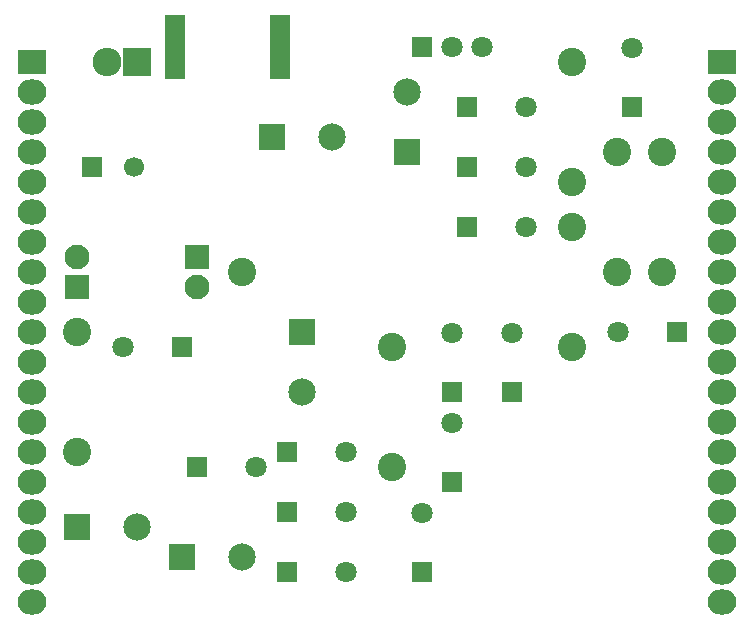
<source format=gbr>
G04 #@! TF.FileFunction,Soldermask,Bot*
%FSLAX46Y46*%
G04 Gerber Fmt 4.6, Leading zero omitted, Abs format (unit mm)*
G04 Created by KiCad (PCBNEW 4.0.4+e1-6308~48~ubuntu16.04.1-stable) date Tue Sep  6 14:07:25 2016*
%MOMM*%
%LPD*%
G01*
G04 APERTURE LIST*
%ADD10C,0.100000*%
%ADD11C,1.700000*%
%ADD12R,1.700000X1.700000*%
%ADD13R,1.800000X1.800000*%
%ADD14C,1.800000*%
%ADD15C,2.099260*%
%ADD16R,2.099260X2.099260*%
%ADD17R,2.305000X2.305000*%
%ADD18C,2.305000*%
%ADD19R,2.432000X2.432000*%
%ADD20O,2.432000X2.432000*%
%ADD21C,2.398980*%
%ADD22R,1.797000X1.797000*%
%ADD23C,1.797000*%
%ADD24C,2.400000*%
%ADD25R,1.670000X5.480000*%
%ADD26R,2.432000X2.127200*%
%ADD27O,2.432000X2.127200*%
G04 APERTURE END LIST*
D10*
D11*
X55570000Y-96520000D03*
D12*
X52070000Y-96520000D03*
D13*
X60960000Y-121920000D03*
D14*
X65960000Y-121920000D03*
D13*
X68580000Y-125730000D03*
D14*
X73580000Y-125730000D03*
D13*
X80010000Y-130810000D03*
D14*
X80010000Y-125810000D03*
D13*
X82550000Y-123190000D03*
D14*
X82550000Y-118190000D03*
D13*
X59690000Y-111760000D03*
D14*
X54690000Y-111760000D03*
D13*
X68580000Y-130810000D03*
D14*
X73580000Y-130810000D03*
D13*
X82550000Y-115570000D03*
D14*
X82550000Y-110570000D03*
D13*
X68580000Y-120650000D03*
D14*
X73580000Y-120650000D03*
D13*
X87630000Y-115570000D03*
D14*
X87630000Y-110570000D03*
D13*
X83820000Y-101600000D03*
D14*
X88820000Y-101600000D03*
D13*
X83820000Y-96520000D03*
D14*
X88820000Y-96520000D03*
D13*
X83820000Y-91440000D03*
D14*
X88820000Y-91440000D03*
D13*
X97790000Y-91440000D03*
D14*
X97790000Y-86440000D03*
D13*
X101600000Y-110490000D03*
D14*
X96600000Y-110490000D03*
D15*
X50799480Y-104142540D03*
D16*
X60959480Y-104142540D03*
D15*
X60960520Y-106677460D03*
D16*
X50800520Y-106677460D03*
D17*
X50800000Y-127000000D03*
D18*
X55880000Y-127000000D03*
D17*
X59690000Y-129540000D03*
D18*
X64770000Y-129540000D03*
D17*
X67310000Y-93980000D03*
D18*
X72390000Y-93980000D03*
D17*
X69850000Y-110490000D03*
D18*
X69850000Y-115570000D03*
D17*
X78740000Y-95250000D03*
D18*
X78740000Y-90170000D03*
D19*
X55880000Y-87630000D03*
D20*
X53340000Y-87630000D03*
D21*
X77470000Y-121920000D03*
X77470000Y-111760000D03*
X50800000Y-120650000D03*
X50800000Y-110490000D03*
X92710000Y-87630000D03*
X92710000Y-97790000D03*
X92710000Y-111760000D03*
X92710000Y-101600000D03*
X96520000Y-105410000D03*
X96520000Y-95250000D03*
X100330000Y-105410000D03*
X100330000Y-95250000D03*
D22*
X80010000Y-86360000D03*
D23*
X82550000Y-86360000D03*
X85090000Y-86360000D03*
D24*
X64770000Y-105410000D03*
D25*
X59055000Y-86360000D03*
X67945000Y-86360000D03*
D26*
X46990000Y-87630000D03*
D27*
X46990000Y-90170000D03*
X46990000Y-92710000D03*
X46990000Y-95250000D03*
X46990000Y-97790000D03*
X46990000Y-100330000D03*
X46990000Y-102870000D03*
X46990000Y-105410000D03*
X46990000Y-107950000D03*
X46990000Y-110490000D03*
X46990000Y-113030000D03*
X46990000Y-115570000D03*
X46990000Y-118110000D03*
X46990000Y-120650000D03*
X46990000Y-123190000D03*
X46990000Y-125730000D03*
X46990000Y-128270000D03*
X46990000Y-130810000D03*
X46990000Y-133350000D03*
D26*
X105410000Y-87630000D03*
D27*
X105410000Y-90170000D03*
X105410000Y-92710000D03*
X105410000Y-95250000D03*
X105410000Y-97790000D03*
X105410000Y-100330000D03*
X105410000Y-102870000D03*
X105410000Y-105410000D03*
X105410000Y-107950000D03*
X105410000Y-110490000D03*
X105410000Y-113030000D03*
X105410000Y-115570000D03*
X105410000Y-118110000D03*
X105410000Y-120650000D03*
X105410000Y-123190000D03*
X105410000Y-125730000D03*
X105410000Y-128270000D03*
X105410000Y-130810000D03*
X105410000Y-133350000D03*
M02*

</source>
